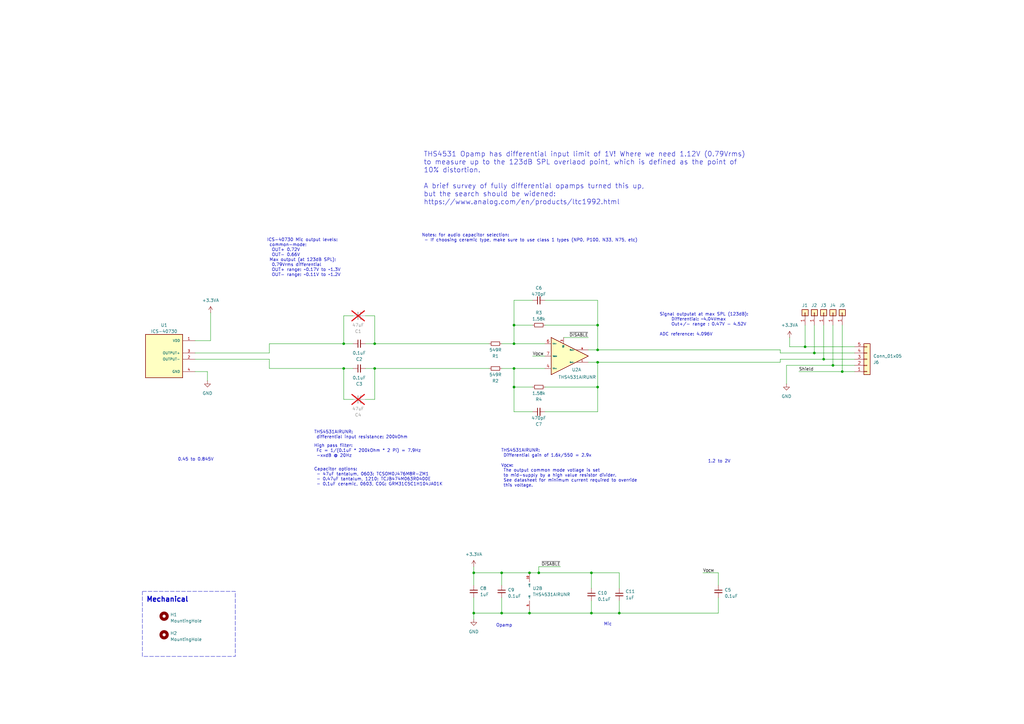
<source format=kicad_sch>
(kicad_sch (version 20231120) (generator "eeschema") (generator_version "8.0")
  (paper "A3")
  (title_block (title "Sound Compass POC: Mic Boards") (date "2024-04-01") (rev "Rev A") (company "Josh Berry") (comment 1 "JBRRY"))
  (lib_symbols
    (symbol "Connector_Generic:Conn_01x01" (pin_names (offset 1.016) hide)
      (property "Reference" "J" (at 0 2.54 0))
      (property "Value" "Conn_01x01" (at 0 -2.54 0))
      (symbol "Conn_01x01_1_1"
        (rectangle (start -1.27 0.127) (end 0 -0.127) (stroke (width 0.1524)))
        (rectangle (start -1.27 1.27) (end 1.27 -1.27) (stroke (width 0.254)) (fill (type background)))
        (pin passive line (at -5.08 0 0) (length 3.81) (name "Pin_1") (number "1"))
      )
    )
    (symbol "Connector_Generic:Conn_01x05" (pin_names (offset 1.016) hide)
      (property "Reference" "J" (at 0 7.62 0))
      (property "Value" "Conn_01x05" (at 0 -7.62 0))
      (symbol "Conn_01x05_1_1"
        (rectangle (start -1.27 -4.953) (end 0 -5.207) (stroke (width 0.1524)))
        (rectangle (start -1.27 -2.413) (end 0 -2.667) (stroke (width 0.1524)))
        (rectangle (start -1.27 0.127) (end 0 -0.127) (stroke (width 0.1524)))
        (rectangle (start -1.27 2.667) (end 0 2.413) (stroke (width 0.1524)))
        (rectangle (start -1.27 5.207) (end 0 4.953) (stroke (width 0.1524)))
        (rectangle (start -1.27 6.35) (end 1.27 -6.35) (stroke (width 0.254)) (fill (type background)))
        (pin passive line (at -5.08 5.08 0) (length 3.81) (name "Pin_1") (number "1"))
        (pin passive line (at -5.08 2.54 0) (length 3.81) (name "Pin_2") (number "2"))
        (pin passive line (at -5.08 0 0) (length 3.81) (name "Pin_3") (number "3"))
        (pin passive line (at -5.08 -2.54 0) (length 3.81) (name "Pin_4") (number "4"))
        (pin passive line (at -5.08 -5.08 0) (length 3.81) (name "Pin_5") (number "5"))
      )
    )
    (symbol "Device:C_Polarized_Small_US" (pin_numbers hide) (pin_names (offset 0.254) hide)
      (property "Reference" "C" (at 0.254 1.778 0))
      (property "Value" "C_Polarized_Small_US" (at 0.254 -2.032 0))
      (symbol "C_Polarized_Small_US_0_1"
        (polyline (pts (xy -1.524 0.508) (xy 1.524 0.508)) (stroke (width 0.3048)))
        (polyline (pts (xy -1.27 1.524) (xy -0.762 1.524)))
        (polyline (pts (xy -1.016 1.27) (xy -1.016 1.778)))
        (arc (start 1.524 -0.762) (mid 0 -0.3734) (end -1.524 -0.762) (stroke (width 0.3048)))
      )
      (symbol "C_Polarized_Small_US_1_1"
        (pin passive line (at 0 2.54 270) (length 2.032) (name "~") (number "1"))
        (pin passive line (at 0 -2.54 90) (length 2.032) (name "~") (number "2"))
      )
    )
    (symbol "Device:C_Small" (pin_numbers hide) (pin_names (offset 0.254) hide)
      (property "Reference" "C" (at 0.254 1.778 0))
      (property "Value" "C_Small" (at 0.254 -2.032 0))
      (symbol "C_Small_0_1"
        (polyline (pts (xy -1.524 -0.508) (xy 1.524 -0.508)) (stroke (width 0.3302)))
        (polyline (pts (xy -1.524 0.508) (xy 1.524 0.508)) (stroke (width 0.3048)))
      )
      (symbol "C_Small_1_1"
        (pin passive line (at 0 2.54 270) (length 2.032) (name "~") (number "1"))
        (pin passive line (at 0 -2.54 90) (length 2.032) (name "~") (number "2"))
      )
    )
    (symbol "Device:R_Small" (pin_numbers hide) (pin_names (offset 0.254) hide)
      (property "Reference" "R" (at 0.762 0.508 0))
      (property "Value" "R_Small" (at 0.762 -1.016 0))
      (symbol "R_Small_0_1"
        (rectangle (start -0.762 1.778) (end 0.762 -1.778) (stroke (width 0.2032)))
      )
      (symbol "R_Small_1_1"
        (pin passive line (at 0 2.54 270) (length 0.762) (name "~") (number "1"))
        (pin passive line (at 0 -2.54 90) (length 0.762) (name "~") (number "2"))
      )
    )
    (symbol "Mechanical:MountingHole" (pin_names (offset 1.016))
      (property "Reference" "H" (at 0 5.08 0))
      (property "Value" "MountingHole" (at 0 3.175 0))
      (symbol "MountingHole_0_1"
        (circle (center 0 0) (radius 1.27) (stroke (width 1.27)))
      )
    )
    (symbol "THS4531AIRUNR_1"
      (property "Reference" "U" (at 5.08 5.08 0))
      (property "Value" "THS4531AIRUNR" (at 8.89 -5.08 0))
      (symbol "THS4531AIRUNR_1_1_0"
        (pin no_connect line (at 5.08 -19.05 90) (length 2.54) hide (name "NC") (number "2"))
        (pin no_connect line (at 2.54 -19.05 90) (length 2.54) hide (name "NC") (number "8"))
      )
      (symbol "THS4531AIRUNR_1_1_1"
        (polyline (pts (xy -5.08 7.62) (xy -5.08 -7.62) (xy 10.16 0) (xy -5.08 7.62)) (stroke (width 0.254)) (fill (type background)))
        (pin output line (at 10.16 -2.54 180) (length 5.08) (name "Out-") (number "1"))
        (pin input line (at 0 7.62 270) (length 2.54) (name "~{PD}") (number "3"))
        (pin input line (at -7.62 -5.08 0) (length 2.54) (name "Vin+") (number "4"))
        (pin input line (at -7.62 5.08 0) (length 2.54) (name "VIn-") (number "6"))
        (pin input line (at -7.62 0 0) (length 2.54) (name "V_{OCM}") (number "7"))
        (pin output line (at 10.16 2.54 180) (length 5.08) (name "Out+") (number "9"))
      )
      (symbol "THS4531AIRUNR_1_2_1"
        (pin power_in line (at 0 7.62 270) (length 3.81) (name "+VS") (number "10"))
        (pin power_in line (at 0 -7.62 90) (length 3.81) (name "-VS") (number "5"))
      )
    )
    (symbol "mic-test-pcb:ICS-40730" (pin_names (offset 1.016))
      (property "Reference" "U" (at -7.62 10.16 0))
      (property "Value" "ICS-40730" (at -7.62 -10.16 0))
      (symbol "ICS-40730_0_0"
        (rectangle (start -7.62 -7.62) (end 7.62 10.16) (stroke (width 0.254)) (fill (type background)))
        (pin power_in line (at 12.7 7.62 180) (length 5.08) (name "VDD") (number "1"))
        (pin output line (at 12.7 0 180) (length 5.08) (name "OUTPUT-") (number "2"))
        (pin output line (at 12.7 2.54 180) (length 5.08) (name "OUTPUT+") (number "3"))
        (pin power_in line (at 12.7 -5.08 180) (length 5.08) (name "GND") (number "4"))
      )
    )
    (symbol "mic-test-pcb:THS4531AIRUNR"
      (property "Reference" "U" (at 5.08 5.08 0))
      (property "Value" "THS4531AIRUNR" (at 8.89 -5.08 0))
      (symbol "THS4531AIRUNR_1_1"
        (polyline (pts (xy -5.08 7.62) (xy -5.08 -7.62) (xy 10.16 0) (xy -5.08 7.62)) (stroke (width 0.254)) (fill (type background)))
        (pin output line (at 10.16 -2.54 180) (length 5.08) (name "Out-") (number "1"))
        (pin input line (at 0 7.62 270) (length 2.54) (name "~{PD}") (number "3"))
        (pin input line (at -7.62 -5.08 0) (length 2.54) (name "Vin+") (number "4"))
        (pin input line (at -7.62 5.08 0) (length 2.54) (name "VIn-") (number "6"))
        (pin input line (at -7.62 0 0) (length 2.54) (name "V_{OCM}") (number "7"))
        (pin output line (at 10.16 2.54 180) (length 5.08) (name "Out+") (number "9"))
      )
      (symbol "THS4531AIRUNR_2_1"
        (pin power_in line (at 0 7.62 270) (length 3.81) (name "+VS") (number "10"))
        (pin power_in line (at 0 -7.62 90) (length 3.81) (name "-VS") (number "5"))
      )
    )
    (symbol "power:+3.3VA" (power) (pin_numbers hide) (pin_names (offset 0) hide)
      (property "Value" "+3.3VA" (at 0 3.556 0))
      (symbol "+3.3VA_0_1"
        (polyline (pts (xy -0.762 1.27) (xy 0 2.54)))
        (polyline (pts (xy 0 0) (xy 0 2.54)))
        (polyline (pts (xy 0 2.54) (xy 0.762 1.27)))
      )
      (symbol "+3.3VA_1_1"
        (pin power_in line (at 0 0 90) (length 0) (name "~") (number "1"))
      )
    )
    (symbol "power:GND" (power) (pin_numbers hide) (pin_names (offset 0) hide)
      (property "Value" "GND" (at 0 -3.81 0))
      (symbol "GND_0_1"
        (polyline (pts (xy 0 0) (xy 0 -1.27) (xy 1.27 -1.27) (xy 0 -2.54) (xy -1.27 -1.27) (xy 0 -1.27)))
      )
      (symbol "GND_1_1"
        (pin power_in line (at 0 0 270) (length 0) (name "~") (number "1"))
      )
    )
  )
  (junction (at 245.11 133.35))
  (junction (at 245.11 148.59))
  (junction (at 153.67 140.97))
  (junction (at 140.97 151.13))
  (junction (at 194.31 251.46))
  (junction (at 330.2 142.24))
  (junction (at 210.82 151.13))
  (junction (at 140.97 140.97))
  (junction (at 194.31 234.95))
  (junction (at 341.63 149.86))
  (junction (at 334.01 144.78))
  (junction (at 210.82 158.75))
  (junction (at 217.17 234.95))
  (junction (at 220.98 234.95))
  (junction (at 337.82 147.32))
  (junction (at 217.17 251.46))
  (junction (at 205.74 234.95))
  (junction (at 210.82 133.35))
  (junction (at 153.67 151.13))
  (junction (at 345.44 152.4))
  (junction (at 242.57 251.46))
  (junction (at 254 251.46))
  (junction (at 242.57 234.95))
  (junction (at 245.11 143.51))
  (junction (at 210.82 140.97))
  (junction (at 245.11 158.75))
  (junction (at 205.74 251.46))
  (wire (pts (xy 323.85 138.43) (xy 323.85 142.24)))
  (wire (pts (xy 205.74 251.46) (xy 194.31 251.46)))
  (wire (pts (xy 245.11 158.75) (xy 245.11 148.59)))
  (wire (pts (xy 110.49 151.13) (xy 140.97 151.13)))
  (wire (pts (xy 341.63 149.86) (xy 350.52 149.86)))
  (wire (pts (xy 205.74 234.95) (xy 217.17 234.95)))
  (wire (pts (xy 334.01 133.35) (xy 334.01 144.78)))
  (wire (pts (xy 149.86 129.54) (xy 153.67 129.54)))
  (wire (pts (xy 205.74 140.97) (xy 210.82 140.97)))
  (wire (pts (xy 149.86 140.97) (xy 153.67 140.97)))
  (wire (pts (xy 350.52 144.78) (xy 334.01 144.78)))
  (wire (pts (xy 80.01 139.7) (xy 86.36 139.7)))
  (wire (pts (xy 210.82 168.91) (xy 210.82 158.75)))
  (wire (pts (xy 330.2 142.24) (xy 350.52 142.24)))
  (wire (pts (xy 242.57 234.95) (xy 254 234.95)))
  (wire (pts (xy 218.44 146.05) (xy 223.52 146.05)))
  (wire (pts (xy 294.64 234.95) (xy 294.64 240.03)))
  (wire (pts (xy 245.11 143.51) (xy 245.11 133.35)))
  (wire (pts (xy 223.52 133.35) (xy 245.11 133.35)))
  (wire (pts (xy 323.85 142.24) (xy 330.2 142.24)))
  (wire (pts (xy 229.87 232.41) (xy 220.98 232.41)))
  (wire (pts (xy 241.3 138.43) (xy 231.14 138.43)))
  (wire (pts (xy 153.67 151.13) (xy 200.66 151.13)))
  (wire (pts (xy 223.52 123.19) (xy 245.11 123.19)))
  (wire (pts (xy 140.97 151.13) (xy 144.78 151.13)))
  (wire (pts (xy 322.58 149.86) (xy 341.63 149.86)))
  (wire (pts (xy 223.52 168.91) (xy 245.11 168.91)))
  (wire (pts (xy 294.64 245.11) (xy 294.64 251.46)))
  (wire (pts (xy 194.31 232.41) (xy 194.31 234.95)))
  (wire (pts (xy 242.57 246.38) (xy 242.57 251.46)))
  (wire (pts (xy 140.97 151.13) (xy 140.97 163.83)))
  (wire (pts (xy 149.86 163.83) (xy 153.67 163.83)))
  (wire (pts (xy 220.98 232.41) (xy 220.98 234.95)))
  (wire (pts (xy 350.52 147.32) (xy 337.82 147.32)))
  (wire (pts (xy 85.09 152.4) (xy 85.09 156.21)))
  (wire (pts (xy 110.49 140.97) (xy 140.97 140.97)))
  (wire (pts (xy 110.49 144.78) (xy 110.49 140.97)))
  (wire (pts (xy 86.36 128.27) (xy 86.36 139.7)))
  (wire (pts (xy 144.78 163.83) (xy 140.97 163.83)))
  (wire (pts (xy 194.31 251.46) (xy 194.31 254)))
  (wire (pts (xy 223.52 158.75) (xy 245.11 158.75)))
  (wire (pts (xy 334.01 144.78) (xy 320.04 144.78)))
  (wire (pts (xy 220.98 234.95) (xy 242.57 234.95)))
  (wire (pts (xy 144.78 129.54) (xy 140.97 129.54)))
  (wire (pts (xy 217.17 251.46) (xy 217.17 250.19)))
  (wire (pts (xy 210.82 158.75) (xy 218.44 158.75)))
  (wire (pts (xy 140.97 140.97) (xy 144.78 140.97)))
  (wire (pts (xy 320.04 147.32) (xy 320.04 148.59)))
  (wire (pts (xy 254 246.38) (xy 254 251.46)))
  (wire (pts (xy 242.57 241.3) (xy 242.57 234.95)))
  (wire (pts (xy 194.31 245.11) (xy 194.31 251.46)))
  (wire (pts (xy 194.31 234.95) (xy 205.74 234.95)))
  (wire (pts (xy 254 251.46) (xy 294.64 251.46)))
  (wire (pts (xy 337.82 133.35) (xy 337.82 147.32)))
  (wire (pts (xy 218.44 133.35) (xy 210.82 133.35)))
  (wire (pts (xy 210.82 133.35) (xy 210.82 140.97)))
  (wire (pts (xy 210.82 123.19) (xy 210.82 133.35)))
  (wire (pts (xy 241.3 148.59) (xy 245.11 148.59)))
  (wire (pts (xy 350.52 152.4) (xy 345.44 152.4)))
  (wire (pts (xy 288.29 234.95) (xy 294.64 234.95)))
  (wire (pts (xy 153.67 129.54) (xy 153.67 140.97)))
  (wire (pts (xy 217.17 234.95) (xy 220.98 234.95)))
  (wire (pts (xy 245.11 133.35) (xy 245.11 123.19)))
  (wire (pts (xy 80.01 152.4) (xy 85.09 152.4)))
  (wire (pts (xy 218.44 168.91) (xy 210.82 168.91)))
  (wire (pts (xy 205.74 234.95) (xy 205.74 240.03)))
  (wire (pts (xy 341.63 133.35) (xy 341.63 149.86)))
  (wire (pts (xy 80.01 147.32) (xy 110.49 147.32)))
  (wire (pts (xy 242.57 251.46) (xy 217.17 251.46)))
  (wire (pts (xy 320.04 144.78) (xy 320.04 143.51)))
  (wire (pts (xy 254 234.95) (xy 254 241.3)))
  (wire (pts (xy 245.11 168.91) (xy 245.11 158.75)))
  (wire (pts (xy 245.11 148.59) (xy 320.04 148.59)))
  (wire (pts (xy 110.49 147.32) (xy 110.49 151.13)))
  (wire (pts (xy 149.86 151.13) (xy 153.67 151.13)))
  (wire (pts (xy 322.58 157.48) (xy 322.58 149.86)))
  (wire (pts (xy 218.44 123.19) (xy 210.82 123.19)))
  (wire (pts (xy 337.82 147.32) (xy 320.04 147.32)))
  (wire (pts (xy 242.57 251.46) (xy 254 251.46)))
  (wire (pts (xy 205.74 151.13) (xy 210.82 151.13)))
  (wire (pts (xy 205.74 245.11) (xy 205.74 251.46)))
  (wire (pts (xy 245.11 143.51) (xy 320.04 143.51)))
  (wire (pts (xy 210.82 158.75) (xy 210.82 151.13)))
  (wire (pts (xy 153.67 151.13) (xy 153.67 163.83)))
  (wire (pts (xy 210.82 151.13) (xy 223.52 151.13)))
  (wire (pts (xy 194.31 240.03) (xy 194.31 234.95)))
  (wire (pts (xy 330.2 133.35) (xy 330.2 142.24)))
  (wire (pts (xy 205.74 251.46) (xy 217.17 251.46)))
  (wire (pts (xy 241.3 143.51) (xy 245.11 143.51)))
  (wire (pts (xy 80.01 144.78) (xy 110.49 144.78)))
  (wire (pts (xy 210.82 140.97) (xy 223.52 140.97)))
  (wire (pts (xy 345.44 133.35) (xy 345.44 152.4)))
  (wire (pts (xy 345.44 152.4) (xy 327.66 152.4)))
  (wire (pts (xy 140.97 129.54) (xy 140.97 140.97)))
  (wire (pts (xy 153.67 140.97) (xy 200.66 140.97)))
  (rectangle (start 58.42 242.57) (end 96.52 269.24) (stroke (width 0) (type dash)))
  (text "High pass filter:\n Fc = 1/(0.1uF * 200kOhm * 2 Pi) = 7.9Hz\n -xxdB @ 20Hz" (at 128.778 187.706 0) (effects (font (size 1.27 1.27)) (justify left bottom)))
  (text "THS4531 Opamp has differential input limit of 1V! Where we need 1.12V (0.79Vrms) \nto measure up to the 123dB SPL overlaod point, which is defined as the point of \n10% distortion. \n\nA brief survey of fully differential opamps turned this up, \nbut the search should be widened:\nhttps://www.analog.com/en/products/ltc1992.html" (at 173.736 73.152 0) (effects (font (size 2.032 2.032)) (justify left)))
  (text "THS4531AIRUNR: \n differential input resistance: 200kOhm" (at 128.778 180.086 0) (effects (font (size 1.27 1.27)) (justify left bottom)))
  (text "0.45 to 0.845V" (at 72.898 189.23 0) (effects (font (size 1.27 1.27)) (justify left bottom)))
  (text "Notes: for audio capacitor selection:\n - If choosing ceramic type, make sure to use class 1 types (NP0, P100, N33, N75, etc)" (at 172.974 99.314 0) (effects (font (size 1.27 1.27)) (justify left bottom)))
  (text "THS4531AIRUNR: \n Differential gain of 1.6k/550 = 2.9x\n\nV_{OCM}:\n The output common mode votlage is set \n to mid-supply by a high value resistor divider.\n See datasheet for minimum current required to override\n this voltage." (at 205.486 199.898 0) (effects (font (size 1.27 1.27)) (justify left bottom)))
  (text "1.2 to 2V\n" (at 290.322 189.992 0) (effects (font (size 1.27 1.27)) (justify left bottom)))
  (text "Signal outputat at max SPL (123dB):\n	Differential: ~4.04Vmax\n	Out+/- range : 0.47V - 4.52V\n\nADC reference: 4.096V" (at 270.51 137.922 0) (effects (font (size 1.27 1.27)) (justify left bottom)))
  (text "Mic" (at 247.65 256.794 0) (effects (font (size 1.27 1.27)) (justify left bottom)))
  (text "Opamp" (at 203.454 257.302 0) (effects (font (size 1.27 1.27)) (justify left bottom)))
  (text "ICS-40730 Mic output levels:\n common-mode:\n  OUT+ 0.72V\n  OUT- 0.66V\n Max output (at 123dB SPL):\n  0.79Vrms differential\n  OUT+ range: ~0.17V to ~1.3V\n  OUT- range: ~0.11V to ~1.2V" (at 109.474 113.538 0) (effects (font (size 1.27 1.27)) (justify left bottom)))
  (text "Mechanical" (at 59.944 247.142 0) (effects (font (size 2.032 2.032) (bold yes)) (justify left bottom)))
  (text "Capacitor options:\n - 47uF tantalum, 0603: TCSOM0J476M8R-ZM1\n - 0.47uF tantalum, 1210: TCJB474M063R0400E\n - 0.1uF ceramic, 0603, C0G: GRM31C5C1H104JA01K" (at 128.778 199.39 0) (effects (font (size 1.27 1.27)) (justify left bottom)))
  (label "~{DISABLE}" (at 229.87 232.41 180))
  (label "~{DISABLE}" (at 241.3 138.43 180))
  (label "Shield" (at 327.66 152.4 0))
  (label "V_{OCM}" (at 288.29 234.95 0))
  (label "V_{OCM}" (at 218.44 146.05 0))
  (symbol (lib_id "Device:C_Small") (at 205.74 242.57 0) (unit 1)
    (property "Reference" "C9" (at 208.28 241.9413 0) (effects (justify left)))
    (property "Value" "0.1uF" (at 208.28 244.4813 0) (effects (justify left)))
    (property "Footprint" "Capacitor_SMD:C_0603_1608Metric" (effects (hide yes)))
    (property "Description" "CAP CER 0.1UF 10V X7R 0603" (effects (hide yes)))
    (property "Manufacturer" "KEMET" (effects (hide yes)))
    (property "Part Number" "C0603C104K8RAC7867" (effects (hide yes)))
    (property "Supplier" "Digi-Key" (effects (hide yes)))
    (property "Supplier Number" "399-C0603C104K8RAC7867CT-ND" (effects (hide yes)))
  )
  (symbol (lib_id "Mechanical:MountingHole") (at 67.31 260.35 0) (unit 1)
    (property "Reference" "H2" (at 69.85 259.715 0) (effects (justify left)))
    (property "Value" "MountingHole" (at 69.85 262.255 0) (effects (justify left)))
    (property "Footprint" "MountingHole:MountingHole_2.2mm_M2" (effects (hide yes)))
    (property "Description" "HEX STANDOFF M3X0.5 BRASS 30MM" (effects (hide yes)))
    (property "Manufacturer" "Harwin Inc." (effects (hide yes)))
    (property "Part Number" "R30-1003002" (effects (hide yes)))
    (property "Supplier" "Digi-Key" (effects (hide yes)))
    (property "Supplier Number" "952-2610-ND" (effects (hide yes)))
  )
  (symbol (lib_id "Device:C_Small") (at 294.64 242.57 0) (unit 1)
    (property "Reference" "C5" (at 297.18 241.9413 0) (effects (justify left)))
    (property "Value" "0.1uF" (at 297.18 244.4813 0) (effects (justify left)))
    (property "Footprint" "Capacitor_SMD:C_0603_1608Metric" (effects (hide yes)))
    (property "Description" "CAP CER 0.1UF 10V X7R 0603" (effects (hide yes)))
    (property "Manufacturer" "KEMET" (effects (hide yes)))
    (property "Part Number" "C0603C104K8RAC7867" (effects (hide yes)))
    (property "Supplier" "Digi-Key" (effects (hide yes)))
    (property "Supplier Number" "399-C0603C104K8RAC7867CT-ND" (effects (hide yes)))
  )
  (symbol (lib_id "mic-test-pcb:ICS-40730") (at 67.31 147.32 0) (unit 1)
    (property "Reference" "U1" (at 67.31 133.35 0))
    (property "Value" "ICS-40730" (at 67.31 135.89 0))
    (property "Footprint" "mic-test-board:MIC_ICS-40730" (effects (hide yes)))
    (property "Datasheet" "https://invensense.tdk.com/wp-content/uploads/2020/07/DS-000139-ICS-40730-v1.1.pdf" (effects (hide yes)))
    (property "Description" "\n25Hz ~ 20kHz Analog Microphone MEMS (Silicon) 1.5V ~ 3.63V Noise Cancelling (-32dB ±2dB @ 124dB SPL) Solder Pads\n" (effects (hide yes)))
    (property "MF" "TDK InvenSense" (effects (hide yes)))
    (property "MANUFACTURER" "TDK" (effects (hide yes)))
    (property "Manufacturer" "TDK InvenSense" (effects (hide yes)))
    (property "Part Number" "ICS-40730" (effects (hide yes)))
    (property "Supplier Number" "1428-1141-1-ND" (effects (hide yes)))
    (property "Supplier" "Digi-Key" (effects (hide yes)))
  )
  (symbol (lib_id "Connector_Generic:Conn_01x01") (at 341.63 128.27 90) (unit 1) (in_bom no)
    (property "Reference" "J4" (at 340.36 125.222 90) (effects (justify right)))
    (property "Value" "Conn_01x01" (effects (hide yes)))
    (property "Footprint" "TestPoint:TestPoint_THTPad_D2.0mm_Drill1.0mm" (effects (hide yes)))
    (property "Description" "Generic connector, single row, 01x01, script generated (kicad-library-utils/schlib/autogen/connector/)" (effects (hide yes)))
  )
  (symbol (lib_id "Connector_Generic:Conn_01x05") (at 355.6 147.32 0) (mirror x) (unit 1)
    (property "Reference" "J6" (at 358.14 148.5901 0) (effects (justify left)))
    (property "Value" "Conn_01x05" (at 358.14 146.0501 0) (effects (justify left)))
    (property "Footprint" "Connector_Molex:Molex_PicoBlade_53047-0510_1x05_P1.25mm_Vertical" (effects (hide yes)))
    (property "Datasheet" "https://www.molex.com/pdm_docs/sd/530470510_sd.pdf" (effects (hide yes)))
    (property "Description" "Generic connector, single row, 01x05, script generated (kicad-library-utils/schlib/autogen/connector/)" (effects (hide yes)))
    (property "Manufacturer" "Molex" (effects (hide yes)))
    (property "Part Number" "0530470510" (effects (hide yes)))
    (property "Supplier" "Digi-Key" (effects (hide yes)))
    (property "Supplier Number" "WM1734-ND" (effects (hide yes)))
  )
  (symbol (lib_id "Device:R_Small") (at 220.98 158.75 90) (mirror x) (unit 1)
    (property "Reference" "R4" (at 220.98 163.83 90))
    (property "Value" "1.58k" (at 220.98 161.29 90))
    (property "Footprint" "Resistor_SMD:R_0603_1608Metric" (effects (hide yes)))
    (property "Manufacturer" "YAGEO" (effects (hide yes)))
    (property "Part Number" "RC0603FR-071K58L" (effects (hide yes)))
    (property "Supplier Number" "311-1.58KHRCT-ND" (effects (hide yes)))
    (property "Supplier" "Digi-Key" (effects (hide yes)))
  )
  (symbol (lib_id "Device:R_Small") (at 220.98 133.35 90) (unit 1)
    (property "Reference" "R3" (at 220.98 128.27 90))
    (property "Value" "1.58k" (at 220.98 130.81 90))
    (property "Footprint" "Resistor_SMD:R_0603_1608Metric" (effects (hide yes)))
    (property "Manufacturer" "YAGEO" (effects (hide yes)))
    (property "Part Number" "RC0603FR-071K58L" (effects (hide yes)))
    (property "Supplier Number" "311-1.58KHRCT-ND" (effects (hide yes)))
    (property "Supplier" "Digi-Key" (effects (hide yes)))
  )
  (symbol (lib_id "Mechanical:MountingHole") (at 67.31 252.73 0) (unit 1)
    (property "Reference" "H1" (at 69.85 252.095 0) (effects (justify left)))
    (property "Value" "MountingHole" (at 69.85 254.635 0) (effects (justify left)))
    (property "Footprint" "MountingHole:MountingHole_3.2mm_M3" (effects (hide yes)))
    (property "Description" "HEX STANDOFF M3X0.5 BRASS 30MM" (effects (hide yes)))
    (property "Manufacturer" "Harwin Inc." (effects (hide yes)))
    (property "Part Number" "R30-1003002" (effects (hide yes)))
    (property "Supplier" "Digi-Key" (effects (hide yes)))
    (property "Supplier Number" "952-2610-ND" (effects (hide yes)))
  )
  (symbol (lib_id "power:GND") (at 194.31 254 0) (unit 1)
    (property "Reference" "#PWR01" (effects (hide yes)))
    (property "Value" "GND" (at 194.31 259.08 0))
    (property "Description" "Power symbol creates a global label with name \"GND\" , ground" (effects (hide yes)))
  )
  (symbol (lib_id "Device:R_Small") (at 203.2 151.13 90) (mirror x) (unit 1)
    (property "Reference" "R2" (at 203.2 156.21 90))
    (property "Value" "549R" (at 203.2 153.67 90))
    (property "Footprint" "Resistor_SMD:R_0603_1608Metric" (effects (hide yes)))
    (property "Manufacturer" "YAGEO" (effects (hide yes)))
    (property "Part Number" "RC0603FR-07549RL" (effects (hide yes)))
    (property "Supplier Number" "311-549HRCT-ND" (effects (hide yes)))
    (property "Supplier" "Digi-Key" (effects (hide yes)))
  )
  (symbol (lib_id "Device:C_Small") (at 147.32 140.97 90) (mirror x) (unit 1)
    (property "Reference" "C2" (at 147.3263 147.32 90))
    (property "Value" "0.1uF" (at 147.3263 144.78 90))
    (property "Footprint" "Capacitor_SMD:C_1206_3216Metric" (effects (hide yes)))
    (property "Description" "CAP CER 0.1UF 50V C0G/NP0 1206" (effects (hide yes)))
    (property "Manufacturer" "Murata Electronics" (effects (hide yes)))
    (property "Part Number" "GRM31C5C1H104JA01K" (effects (hide yes)))
    (property "Supplier" "Digi-Key" (effects (hide yes)))
    (property "Supplier Number" "490-8335-1-ND" (effects (hide yes)))
    (property "Voltage" "50V" (effects (hide yes)))
  )
  (symbol (lib_name "THS4531AIRUNR_1") (lib_id "mic-test-pcb:THS4531AIRUNR") (at 231.14 146.05 0) (unit 1)
    (property "Reference" "U2" (at 236.474 151.638 0))
    (property "Value" "THS4531AIRUNR" (at 236.728 154.686 0))
    (property "Footprint" "Package_DFN_QFN:Texas_RUN0010A_WQFN-10_2x2mm_P0.5mm" (effects (hide yes)))
    (property "Datasheet" "https://www.ti.com/lit/ds/symlink/ths4531a.pdf" (effects (hide yes)))
    (property "Description" "Ultralow Power, Low Distortion, Fully Differential ADC Drivers, Dual-Channel, " (effects (hide yes)))
    (property "Manufacturer" "Texas Instruments" (effects (hide yes)))
    (property "Part Number" "THS4531AIRUNR" (effects (hide yes)))
    (property "Supplier" "Digi-Key" (effects (hide yes)))
    (property "Supplier Number" "296-THS4531AIRUNRCT-ND" (effects (hide yes)))
  )
  (symbol (lib_id "mic-test-pcb:THS4531AIRUNR") (at 217.17 242.57 0) (unit 2)
    (property "Reference" "U2" (at 218.44 241.2999 0) (effects (justify left)))
    (property "Value" "THS4531AIRUNR" (at 218.44 243.8399 0) (effects (justify left)))
    (property "Footprint" "Package_DFN_QFN:Texas_RUN0010A_WQFN-10_2x2mm_P0.5mm" (effects (hide yes)))
    (property "Datasheet" "https://www.ti.com/lit/ds/symlink/ths4531a.pdf" (effects (hide yes)))
    (property "Description" "Ultralow Power, Low Distortion, Fully Differential ADC Drivers, Dual-Channel, " (effects (hide yes)))
    (property "Manufacturer" "Texas Instruments" (effects (hide yes)))
    (property "Part Number" "THS4531AIRUNR" (effects (hide yes)))
    (property "Supplier" "Digi-Key" (effects (hide yes)))
    (property "Supplier Number" "296-THS4531AIRUNRCT-ND" (effects (hide yes)))
  )
  (symbol (lib_id "power:GND") (at 322.58 157.48 0) (unit 1)
    (property "Reference" "#PWR02" (effects (hide yes)))
    (property "Value" "GND" (at 322.58 162.56 0))
    (property "Description" "Power symbol creates a global label with name \"GND\" , ground" (effects (hide yes)))
  )
  (symbol (lib_id "Connector_Generic:Conn_01x01") (at 334.01 128.27 90) (unit 1) (in_bom no)
    (property "Reference" "J2" (at 332.74 125.222 90) (effects (justify right)))
    (property "Value" "Conn_01x01" (effects (hide yes)))
    (property "Footprint" "TestPoint:TestPoint_THTPad_D2.0mm_Drill1.0mm" (effects (hide yes)))
    (property "Description" "Generic connector, single row, 01x01, script generated (kicad-library-utils/schlib/autogen/connector/)" (effects (hide yes)))
  )
  (symbol (lib_id "Connector_Generic:Conn_01x01") (at 330.2 128.27 90) (unit 1) (in_bom no)
    (property "Reference" "J1" (at 328.93 125.222 90) (effects (justify right)))
    (property "Value" "Conn_01x01" (effects (hide yes)))
    (property "Footprint" "TestPoint:TestPoint_THTPad_D2.0mm_Drill1.0mm" (effects (hide yes)))
    (property "Description" "Generic connector, single row, 01x01, script generated (kicad-library-utils/schlib/autogen/connector/)" (effects (hide yes)))
  )
  (symbol (lib_id "power:GND") (at 85.09 156.21 0) (unit 1)
    (property "Reference" "#PWR03" (effects (hide yes)))
    (property "Value" "GND" (at 85.09 161.29 0))
    (property "Description" "Power symbol creates a global label with name \"GND\" , ground" (effects (hide yes)))
  )
  (symbol (lib_id "Device:C_Small") (at 242.57 243.84 0) (unit 1)
    (property "Reference" "C10" (at 245.11 243.2113 0) (effects (justify left)))
    (property "Value" "0.1uF" (at 245.11 245.7513 0) (effects (justify left)))
    (property "Footprint" "Capacitor_SMD:C_0603_1608Metric" (effects (hide yes)))
    (property "Description" "CAP CER 0.1UF 10V X7R 0603" (effects (hide yes)))
    (property "Manufacturer" "KEMET" (effects (hide yes)))
    (property "Part Number" "C0603C104K8RAC7867" (effects (hide yes)))
    (property "Supplier" "Digi-Key" (effects (hide yes)))
    (property "Supplier Number" "399-C0603C104K8RAC7867CT-ND" (effects (hide yes)))
  )
  (symbol (lib_id "power:+3.3VA") (at 323.85 138.43 0) (unit 1)
    (property "Reference" "#PWR05" (effects (hide yes)))
    (property "Value" "+3.3VA" (at 323.85 133.35 0))
    (property "Description" "Power symbol creates a global label with name \"+3.3VA\"" (effects (hide yes)))
  )
  (symbol (lib_id "Device:C_Small") (at 147.32 151.13 90) (mirror x) (unit 1)
    (property "Reference" "C3" (at 147.3263 157.48 90))
    (property "Value" "0.1uF" (at 147.3263 154.94 90))
    (property "Footprint" "Capacitor_SMD:C_1206_3216Metric" (effects (hide yes)))
    (property "Description" "CAP CER 0.1UF 50V C0G/NP0 1206" (effects (hide yes)))
    (property "Manufacturer" "Murata Electronics" (effects (hide yes)))
    (property "Part Number" "GRM31C5C1H104JA01K" (effects (hide yes)))
    (property "Supplier" "Digi-Key" (effects (hide yes)))
    (property "Supplier Number" "490-8335-1-ND" (effects (hide yes)))
    (property "Voltage" "50V" (effects (hide yes)))
  )
  (symbol (lib_id "Device:C_Small") (at 254 243.84 0) (unit 1)
    (property "Reference" "C11" (at 256.54 242.5762 0) (effects (justify left)))
    (property "Value" "1uF" (at 256.54 245.1162 0) (effects (justify left)))
    (property "Footprint" "Capacitor_SMD:C_0603_1608Metric" (effects (hide yes)))
    (property "Description" "CAP CER 0.1UF 10V X7R 0603" (effects (hide yes)))
    (property "Manufacturer" "Samsung Electro-Mechanics" (effects (hide yes)))
    (property "Part Number" "CL10B105KP8NNNC" (effects (hide yes)))
    (property "Supplier" "Digi-Key" (effects (hide yes)))
    (property "Supplier Number" "1276-1946-1-ND" (effects (hide yes)))
  )
  (symbol (lib_id "Connector_Generic:Conn_01x01") (at 345.44 128.27 90) (unit 1) (in_bom no)
    (property "Reference" "J5" (at 344.17 125.222 90) (effects (justify right)))
    (property "Value" "Conn_01x01" (effects (hide yes)))
    (property "Footprint" "TestPoint:TestPoint_THTPad_D2.0mm_Drill1.0mm" (effects (hide yes)))
    (property "Description" "Generic connector, single row, 01x01, script generated (kicad-library-utils/schlib/autogen/connector/)" (effects (hide yes)))
  )
  (symbol (lib_id "Device:C_Polarized_Small_US") (at 147.32 129.54 90) (mirror x) (unit 1) (dnp yes)
    (property "Reference" "C1" (at 146.8882 135.89 90))
    (property "Value" "47uF" (at 146.8882 133.35 90))
    (property "Footprint" "Capacitor_Tantalum_SMD:CP_EIA-1608-08_AVX-J" (effects (hide yes)))
    (property "Description" "Polarized capacitor, small US symbol" (effects (hide yes)))
    (property "Manufacturer" "KYOCERA AVX" (effects (hide yes)))
    (property "Part Number" "TCSOM0J476M8R-ZM1" (effects (hide yes)))
    (property "Supplier" "Digi-Key" (effects (hide yes)))
    (property "Supplier Number" "478-TCSOM0J476M8R-ZM1CT-ND" (effects (hide yes)))
  )
  (symbol (lib_id "power:+3.3VA") (at 86.36 128.27 0) (unit 1)
    (property "Reference" "#PWR04" (effects (hide yes)))
    (property "Value" "+3.3VA" (at 86.36 123.19 0))
    (property "Description" "Power symbol creates a global label with name \"+3.3VA\"" (effects (hide yes)))
  )
  (symbol (lib_id "Device:R_Small") (at 203.2 140.97 90) (mirror x) (unit 1)
    (property "Reference" "R1" (at 203.2 146.05 90))
    (property "Value" "549R" (at 203.2 143.51 90))
    (property "Footprint" "Resistor_SMD:R_0603_1608Metric" (effects (hide yes)))
    (property "Manufacturer" "YAGEO" (effects (hide yes)))
    (property "Part Number" "RC0603FR-07549RL" (effects (hide yes)))
    (property "Supplier Number" "311-549HRCT-ND" (effects (hide yes)))
    (property "Supplier" "Digi-Key" (effects (hide yes)))
  )
  (symbol (lib_id "Device:C_Small") (at 194.31 242.57 0) (unit 1)
    (property "Reference" "C8" (at 196.85 241.3062 0) (effects (justify left)))
    (property "Value" "1uF" (at 196.85 243.8462 0) (effects (justify left)))
    (property "Footprint" "Capacitor_SMD:C_0603_1608Metric" (effects (hide yes)))
    (property "Description" "CAP CER 0.1UF 10V X7R 0603" (effects (hide yes)))
    (property "Manufacturer" "Samsung Electro-Mechanics" (effects (hide yes)))
    (property "Part Number" "CL10B105KP8NNNC" (effects (hide yes)))
    (property "Supplier" "Digi-Key" (effects (hide yes)))
    (property "Supplier Number" "1276-1946-1-ND" (effects (hide yes)))
  )
  (symbol (lib_id "Device:C_Polarized_Small_US") (at 147.32 163.83 90) (mirror x) (unit 1) (dnp yes)
    (property "Reference" "C4" (at 146.8882 170.18 90))
    (property "Value" "47uF" (at 146.8882 167.64 90))
    (property "Footprint" "Capacitor_Tantalum_SMD:CP_EIA-1608-08_AVX-J" (effects (hide yes)))
    (property "Description" "Polarized capacitor, small US symbol" (effects (hide yes)))
    (property "Manufacturer" "KYOCERA AVX" (effects (hide yes)))
    (property "Part Number" "TCSOM0J476M8R-ZM1" (effects (hide yes)))
    (property "Supplier" "Digi-Key" (effects (hide yes)))
    (property "Supplier Number" "478-TCSOM0J476M8R-ZM1CT-ND" (effects (hide yes)))
  )
  (symbol (lib_id "Device:C_Small") (at 220.98 168.91 90) (mirror x) (unit 1)
    (property "Reference" "C7" (at 220.9863 173.99 90))
    (property "Value" "470pF" (at 220.9863 171.45 90))
    (property "Footprint" "Capacitor_SMD:C_0603_1608Metric" (effects (hide yes)))
    (property "Manufacturer" "Würth Elektronik" (effects (hide yes)))
    (property "Part Number" "885012006027" (effects (hide yes)))
    (property "Supplier" "Digi-Key" (effects (hide yes)))
    (property "Supplier Number" "732-7770-1-ND" (effects (hide yes)))
  )
  (symbol (lib_id "Device:C_Small") (at 220.98 123.19 90) (unit 1)
    (property "Reference" "C6" (at 220.9863 118.11 90))
    (property "Value" "470pF" (at 220.9863 120.65 90))
    (property "Footprint" "Capacitor_SMD:C_0603_1608Metric" (effects (hide yes)))
    (property "Manufacturer" "Würth Elektronik" (effects (hide yes)))
    (property "Part Number" "885012006027" (effects (hide yes)))
    (property "Supplier" "Digi-Key" (effects (hide yes)))
    (property "Supplier Number" "732-7770-1-ND" (effects (hide yes)))
  )
  (symbol (lib_id "Connector_Generic:Conn_01x01") (at 337.82 128.27 90) (unit 1) (in_bom no)
    (property "Reference" "J3" (at 336.55 125.222 90) (effects (justify right)))
    (property "Value" "Conn_01x01" (effects (hide yes)))
    (property "Footprint" "TestPoint:TestPoint_THTPad_D2.0mm_Drill1.0mm" (effects (hide yes)))
    (property "Description" "Generic connector, single row, 01x01, script generated (kicad-library-utils/schlib/autogen/connector/)" (effects (hide yes)))
  )
  (symbol (lib_id "power:+3.3VA") (at 194.31 232.41 0) (unit 1)
    (property "Reference" "#PWR06" (effects (hide yes)))
    (property "Value" "+3.3VA" (at 194.31 227.33 0))
    (property "Description" "Power symbol creates a global label with name \"+3.3VA\"" (effects (hide yes)))
  )
)
</source>
